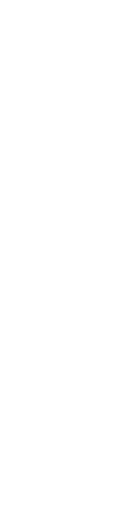
<source format=gbp>
G04*
G04 #@! TF.GenerationSoftware,Altium Limited,Altium Designer,19.1.8 (144)*
G04*
G04 Layer_Color=128*
%FSLAX44Y44*%
%MOMM*%
G71*
G01*
G75*
D52*
X33319Y23769D02*
D03*
Y4768D02*
D03*
X140506Y23769D02*
D03*
Y4768D02*
D03*
X119766Y173716D02*
D03*
Y192716D02*
D03*
D53*
X48876Y144402D02*
D03*
Y137902D02*
D03*
Y131403D02*
D03*
Y124902D02*
D03*
Y118402D02*
D03*
Y111903D02*
D03*
Y105403D02*
D03*
Y98902D02*
D03*
Y92402D02*
D03*
Y85903D02*
D03*
Y79403D02*
D03*
Y72902D02*
D03*
Y66403D02*
D03*
Y59903D02*
D03*
X119869D02*
D03*
Y66403D02*
D03*
Y72902D02*
D03*
Y79403D02*
D03*
Y85903D02*
D03*
Y92402D02*
D03*
Y98902D02*
D03*
Y105403D02*
D03*
Y111903D02*
D03*
Y118402D02*
D03*
Y124902D02*
D03*
Y131403D02*
D03*
Y137902D02*
D03*
Y144402D02*
D03*
D54*
X95766Y212498D02*
D03*
X103766D02*
D03*
X111766D02*
D03*
X119766D02*
D03*
X95766Y224944D02*
D03*
X103766D02*
D03*
X111766D02*
D03*
X119766D02*
D03*
X77133D02*
D03*
X69132D02*
D03*
X61132D02*
D03*
X53133D02*
D03*
X77133Y212498D02*
D03*
X69132D02*
D03*
X61132D02*
D03*
X53133D02*
D03*
D55*
X39312Y290112D02*
D03*
X58313D02*
D03*
D56*
X97502Y358350D02*
D03*
Y335490D02*
D03*
Y312630D02*
D03*
D57*
X34510Y335744D02*
D03*
D58*
X127552Y312630D02*
D03*
Y285130D02*
D03*
X136442Y385583D02*
D03*
Y413083D02*
D03*
X34843Y385583D02*
D03*
Y413083D02*
D03*
D59*
X80002Y290112D02*
D03*
X97502D02*
D03*
M02*

</source>
